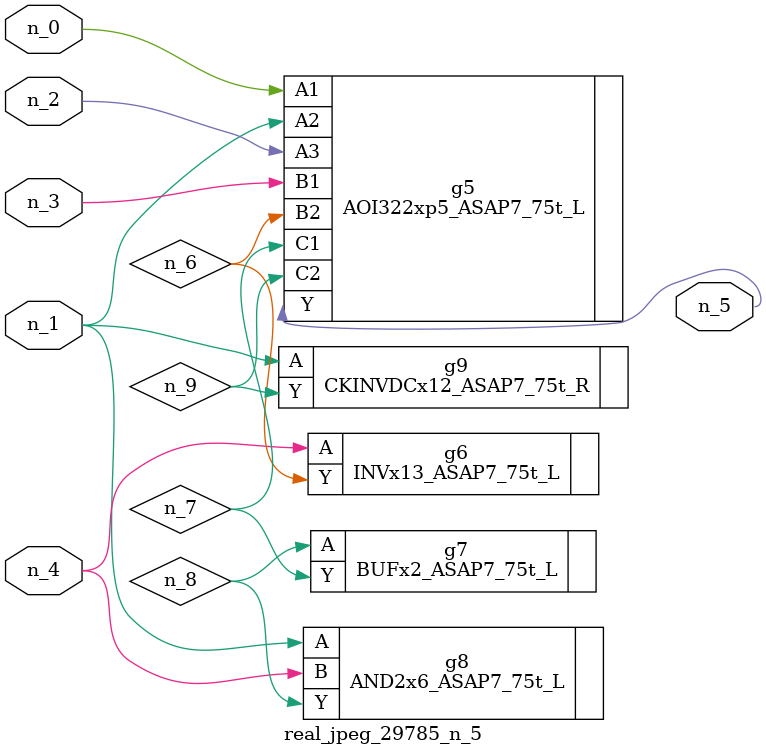
<source format=v>
module real_jpeg_29785_n_5 (n_4, n_0, n_1, n_2, n_3, n_5);

input n_4;
input n_0;
input n_1;
input n_2;
input n_3;

output n_5;

wire n_8;
wire n_6;
wire n_7;
wire n_9;

AOI322xp5_ASAP7_75t_L g5 ( 
.A1(n_0),
.A2(n_1),
.A3(n_2),
.B1(n_3),
.B2(n_6),
.C1(n_7),
.C2(n_9),
.Y(n_5)
);

AND2x6_ASAP7_75t_L g8 ( 
.A(n_1),
.B(n_4),
.Y(n_8)
);

CKINVDCx12_ASAP7_75t_R g9 ( 
.A(n_1),
.Y(n_9)
);

INVx13_ASAP7_75t_L g6 ( 
.A(n_4),
.Y(n_6)
);

BUFx2_ASAP7_75t_L g7 ( 
.A(n_8),
.Y(n_7)
);


endmodule
</source>
